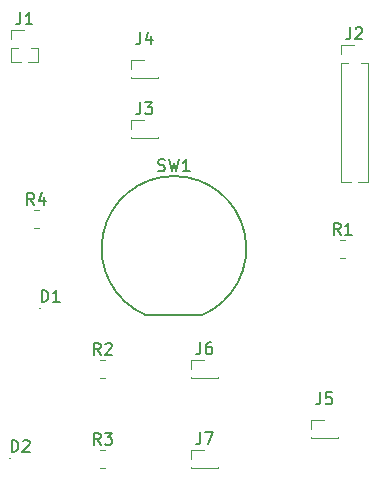
<source format=gbr>
%TF.GenerationSoftware,KiCad,Pcbnew,7.0.10*%
%TF.CreationDate,2024-03-07T13:47:23-05:00*%
%TF.ProjectId,GPS_Breakout,4750535f-4272-4656-916b-6f75742e6b69,rev?*%
%TF.SameCoordinates,Original*%
%TF.FileFunction,Legend,Top*%
%TF.FilePolarity,Positive*%
%FSLAX46Y46*%
G04 Gerber Fmt 4.6, Leading zero omitted, Abs format (unit mm)*
G04 Created by KiCad (PCBNEW 7.0.10) date 2024-03-07 13:47:23*
%MOMM*%
%LPD*%
G01*
G04 APERTURE LIST*
%ADD10C,0.150000*%
%ADD11C,0.120000*%
%ADD12C,0.100000*%
G04 APERTURE END LIST*
D10*
X146986666Y-73959819D02*
X146986666Y-74674104D01*
X146986666Y-74674104D02*
X146939047Y-74816961D01*
X146939047Y-74816961D02*
X146843809Y-74912200D01*
X146843809Y-74912200D02*
X146700952Y-74959819D01*
X146700952Y-74959819D02*
X146605714Y-74959819D01*
X147367619Y-73959819D02*
X148034285Y-73959819D01*
X148034285Y-73959819D02*
X147605714Y-74959819D01*
X146986666Y-66339819D02*
X146986666Y-67054104D01*
X146986666Y-67054104D02*
X146939047Y-67196961D01*
X146939047Y-67196961D02*
X146843809Y-67292200D01*
X146843809Y-67292200D02*
X146700952Y-67339819D01*
X146700952Y-67339819D02*
X146605714Y-67339819D01*
X147891428Y-66339819D02*
X147700952Y-66339819D01*
X147700952Y-66339819D02*
X147605714Y-66387438D01*
X147605714Y-66387438D02*
X147558095Y-66435057D01*
X147558095Y-66435057D02*
X147462857Y-66577914D01*
X147462857Y-66577914D02*
X147415238Y-66768390D01*
X147415238Y-66768390D02*
X147415238Y-67149342D01*
X147415238Y-67149342D02*
X147462857Y-67244580D01*
X147462857Y-67244580D02*
X147510476Y-67292200D01*
X147510476Y-67292200D02*
X147605714Y-67339819D01*
X147605714Y-67339819D02*
X147796190Y-67339819D01*
X147796190Y-67339819D02*
X147891428Y-67292200D01*
X147891428Y-67292200D02*
X147939047Y-67244580D01*
X147939047Y-67244580D02*
X147986666Y-67149342D01*
X147986666Y-67149342D02*
X147986666Y-66911247D01*
X147986666Y-66911247D02*
X147939047Y-66816009D01*
X147939047Y-66816009D02*
X147891428Y-66768390D01*
X147891428Y-66768390D02*
X147796190Y-66720771D01*
X147796190Y-66720771D02*
X147605714Y-66720771D01*
X147605714Y-66720771D02*
X147510476Y-66768390D01*
X147510476Y-66768390D02*
X147462857Y-66816009D01*
X147462857Y-66816009D02*
X147415238Y-66911247D01*
X157146666Y-70574819D02*
X157146666Y-71289104D01*
X157146666Y-71289104D02*
X157099047Y-71431961D01*
X157099047Y-71431961D02*
X157003809Y-71527200D01*
X157003809Y-71527200D02*
X156860952Y-71574819D01*
X156860952Y-71574819D02*
X156765714Y-71574819D01*
X158099047Y-70574819D02*
X157622857Y-70574819D01*
X157622857Y-70574819D02*
X157575238Y-71051009D01*
X157575238Y-71051009D02*
X157622857Y-71003390D01*
X157622857Y-71003390D02*
X157718095Y-70955771D01*
X157718095Y-70955771D02*
X157956190Y-70955771D01*
X157956190Y-70955771D02*
X158051428Y-71003390D01*
X158051428Y-71003390D02*
X158099047Y-71051009D01*
X158099047Y-71051009D02*
X158146666Y-71146247D01*
X158146666Y-71146247D02*
X158146666Y-71384342D01*
X158146666Y-71384342D02*
X158099047Y-71479580D01*
X158099047Y-71479580D02*
X158051428Y-71527200D01*
X158051428Y-71527200D02*
X157956190Y-71574819D01*
X157956190Y-71574819D02*
X157718095Y-71574819D01*
X157718095Y-71574819D02*
X157622857Y-71527200D01*
X157622857Y-71527200D02*
X157575238Y-71479580D01*
X141906666Y-40094819D02*
X141906666Y-40809104D01*
X141906666Y-40809104D02*
X141859047Y-40951961D01*
X141859047Y-40951961D02*
X141763809Y-41047200D01*
X141763809Y-41047200D02*
X141620952Y-41094819D01*
X141620952Y-41094819D02*
X141525714Y-41094819D01*
X142811428Y-40428152D02*
X142811428Y-41094819D01*
X142573333Y-40047200D02*
X142335238Y-40761485D01*
X142335238Y-40761485D02*
X142954285Y-40761485D01*
X141906666Y-46019819D02*
X141906666Y-46734104D01*
X141906666Y-46734104D02*
X141859047Y-46876961D01*
X141859047Y-46876961D02*
X141763809Y-46972200D01*
X141763809Y-46972200D02*
X141620952Y-47019819D01*
X141620952Y-47019819D02*
X141525714Y-47019819D01*
X142287619Y-46019819D02*
X142906666Y-46019819D01*
X142906666Y-46019819D02*
X142573333Y-46400771D01*
X142573333Y-46400771D02*
X142716190Y-46400771D01*
X142716190Y-46400771D02*
X142811428Y-46448390D01*
X142811428Y-46448390D02*
X142859047Y-46496009D01*
X142859047Y-46496009D02*
X142906666Y-46591247D01*
X142906666Y-46591247D02*
X142906666Y-46829342D01*
X142906666Y-46829342D02*
X142859047Y-46924580D01*
X142859047Y-46924580D02*
X142811428Y-46972200D01*
X142811428Y-46972200D02*
X142716190Y-47019819D01*
X142716190Y-47019819D02*
X142430476Y-47019819D01*
X142430476Y-47019819D02*
X142335238Y-46972200D01*
X142335238Y-46972200D02*
X142287619Y-46924580D01*
X143406667Y-51787200D02*
X143549524Y-51834819D01*
X143549524Y-51834819D02*
X143787619Y-51834819D01*
X143787619Y-51834819D02*
X143882857Y-51787200D01*
X143882857Y-51787200D02*
X143930476Y-51739580D01*
X143930476Y-51739580D02*
X143978095Y-51644342D01*
X143978095Y-51644342D02*
X143978095Y-51549104D01*
X143978095Y-51549104D02*
X143930476Y-51453866D01*
X143930476Y-51453866D02*
X143882857Y-51406247D01*
X143882857Y-51406247D02*
X143787619Y-51358628D01*
X143787619Y-51358628D02*
X143597143Y-51311009D01*
X143597143Y-51311009D02*
X143501905Y-51263390D01*
X143501905Y-51263390D02*
X143454286Y-51215771D01*
X143454286Y-51215771D02*
X143406667Y-51120533D01*
X143406667Y-51120533D02*
X143406667Y-51025295D01*
X143406667Y-51025295D02*
X143454286Y-50930057D01*
X143454286Y-50930057D02*
X143501905Y-50882438D01*
X143501905Y-50882438D02*
X143597143Y-50834819D01*
X143597143Y-50834819D02*
X143835238Y-50834819D01*
X143835238Y-50834819D02*
X143978095Y-50882438D01*
X144311429Y-50834819D02*
X144549524Y-51834819D01*
X144549524Y-51834819D02*
X144740000Y-51120533D01*
X144740000Y-51120533D02*
X144930476Y-51834819D01*
X144930476Y-51834819D02*
X145168572Y-50834819D01*
X146073333Y-51834819D02*
X145501905Y-51834819D01*
X145787619Y-51834819D02*
X145787619Y-50834819D01*
X145787619Y-50834819D02*
X145692381Y-50977676D01*
X145692381Y-50977676D02*
X145597143Y-51072914D01*
X145597143Y-51072914D02*
X145501905Y-51120533D01*
X159686666Y-39669819D02*
X159686666Y-40384104D01*
X159686666Y-40384104D02*
X159639047Y-40526961D01*
X159639047Y-40526961D02*
X159543809Y-40622200D01*
X159543809Y-40622200D02*
X159400952Y-40669819D01*
X159400952Y-40669819D02*
X159305714Y-40669819D01*
X160115238Y-39765057D02*
X160162857Y-39717438D01*
X160162857Y-39717438D02*
X160258095Y-39669819D01*
X160258095Y-39669819D02*
X160496190Y-39669819D01*
X160496190Y-39669819D02*
X160591428Y-39717438D01*
X160591428Y-39717438D02*
X160639047Y-39765057D01*
X160639047Y-39765057D02*
X160686666Y-39860295D01*
X160686666Y-39860295D02*
X160686666Y-39955533D01*
X160686666Y-39955533D02*
X160639047Y-40098390D01*
X160639047Y-40098390D02*
X160067619Y-40669819D01*
X160067619Y-40669819D02*
X160686666Y-40669819D01*
X130996905Y-75604819D02*
X130996905Y-74604819D01*
X130996905Y-74604819D02*
X131235000Y-74604819D01*
X131235000Y-74604819D02*
X131377857Y-74652438D01*
X131377857Y-74652438D02*
X131473095Y-74747676D01*
X131473095Y-74747676D02*
X131520714Y-74842914D01*
X131520714Y-74842914D02*
X131568333Y-75033390D01*
X131568333Y-75033390D02*
X131568333Y-75176247D01*
X131568333Y-75176247D02*
X131520714Y-75366723D01*
X131520714Y-75366723D02*
X131473095Y-75461961D01*
X131473095Y-75461961D02*
X131377857Y-75557200D01*
X131377857Y-75557200D02*
X131235000Y-75604819D01*
X131235000Y-75604819D02*
X130996905Y-75604819D01*
X131949286Y-74700057D02*
X131996905Y-74652438D01*
X131996905Y-74652438D02*
X132092143Y-74604819D01*
X132092143Y-74604819D02*
X132330238Y-74604819D01*
X132330238Y-74604819D02*
X132425476Y-74652438D01*
X132425476Y-74652438D02*
X132473095Y-74700057D01*
X132473095Y-74700057D02*
X132520714Y-74795295D01*
X132520714Y-74795295D02*
X132520714Y-74890533D01*
X132520714Y-74890533D02*
X132473095Y-75033390D01*
X132473095Y-75033390D02*
X131901667Y-75604819D01*
X131901667Y-75604819D02*
X132520714Y-75604819D01*
X133536905Y-62904819D02*
X133536905Y-61904819D01*
X133536905Y-61904819D02*
X133775000Y-61904819D01*
X133775000Y-61904819D02*
X133917857Y-61952438D01*
X133917857Y-61952438D02*
X134013095Y-62047676D01*
X134013095Y-62047676D02*
X134060714Y-62142914D01*
X134060714Y-62142914D02*
X134108333Y-62333390D01*
X134108333Y-62333390D02*
X134108333Y-62476247D01*
X134108333Y-62476247D02*
X134060714Y-62666723D01*
X134060714Y-62666723D02*
X134013095Y-62761961D01*
X134013095Y-62761961D02*
X133917857Y-62857200D01*
X133917857Y-62857200D02*
X133775000Y-62904819D01*
X133775000Y-62904819D02*
X133536905Y-62904819D01*
X135060714Y-62904819D02*
X134489286Y-62904819D01*
X134775000Y-62904819D02*
X134775000Y-61904819D01*
X134775000Y-61904819D02*
X134679762Y-62047676D01*
X134679762Y-62047676D02*
X134584524Y-62142914D01*
X134584524Y-62142914D02*
X134489286Y-62190533D01*
X131746666Y-38399819D02*
X131746666Y-39114104D01*
X131746666Y-39114104D02*
X131699047Y-39256961D01*
X131699047Y-39256961D02*
X131603809Y-39352200D01*
X131603809Y-39352200D02*
X131460952Y-39399819D01*
X131460952Y-39399819D02*
X131365714Y-39399819D01*
X132746666Y-39399819D02*
X132175238Y-39399819D01*
X132460952Y-39399819D02*
X132460952Y-38399819D01*
X132460952Y-38399819D02*
X132365714Y-38542676D01*
X132365714Y-38542676D02*
X132270476Y-38637914D01*
X132270476Y-38637914D02*
X132175238Y-38685533D01*
X132913333Y-54684819D02*
X132580000Y-54208628D01*
X132341905Y-54684819D02*
X132341905Y-53684819D01*
X132341905Y-53684819D02*
X132722857Y-53684819D01*
X132722857Y-53684819D02*
X132818095Y-53732438D01*
X132818095Y-53732438D02*
X132865714Y-53780057D01*
X132865714Y-53780057D02*
X132913333Y-53875295D01*
X132913333Y-53875295D02*
X132913333Y-54018152D01*
X132913333Y-54018152D02*
X132865714Y-54113390D01*
X132865714Y-54113390D02*
X132818095Y-54161009D01*
X132818095Y-54161009D02*
X132722857Y-54208628D01*
X132722857Y-54208628D02*
X132341905Y-54208628D01*
X133770476Y-54018152D02*
X133770476Y-54684819D01*
X133532381Y-53637200D02*
X133294286Y-54351485D01*
X133294286Y-54351485D02*
X133913333Y-54351485D01*
X138533333Y-75004819D02*
X138200000Y-74528628D01*
X137961905Y-75004819D02*
X137961905Y-74004819D01*
X137961905Y-74004819D02*
X138342857Y-74004819D01*
X138342857Y-74004819D02*
X138438095Y-74052438D01*
X138438095Y-74052438D02*
X138485714Y-74100057D01*
X138485714Y-74100057D02*
X138533333Y-74195295D01*
X138533333Y-74195295D02*
X138533333Y-74338152D01*
X138533333Y-74338152D02*
X138485714Y-74433390D01*
X138485714Y-74433390D02*
X138438095Y-74481009D01*
X138438095Y-74481009D02*
X138342857Y-74528628D01*
X138342857Y-74528628D02*
X137961905Y-74528628D01*
X138866667Y-74004819D02*
X139485714Y-74004819D01*
X139485714Y-74004819D02*
X139152381Y-74385771D01*
X139152381Y-74385771D02*
X139295238Y-74385771D01*
X139295238Y-74385771D02*
X139390476Y-74433390D01*
X139390476Y-74433390D02*
X139438095Y-74481009D01*
X139438095Y-74481009D02*
X139485714Y-74576247D01*
X139485714Y-74576247D02*
X139485714Y-74814342D01*
X139485714Y-74814342D02*
X139438095Y-74909580D01*
X139438095Y-74909580D02*
X139390476Y-74957200D01*
X139390476Y-74957200D02*
X139295238Y-75004819D01*
X139295238Y-75004819D02*
X139009524Y-75004819D01*
X139009524Y-75004819D02*
X138914286Y-74957200D01*
X138914286Y-74957200D02*
X138866667Y-74909580D01*
X138533333Y-67384819D02*
X138200000Y-66908628D01*
X137961905Y-67384819D02*
X137961905Y-66384819D01*
X137961905Y-66384819D02*
X138342857Y-66384819D01*
X138342857Y-66384819D02*
X138438095Y-66432438D01*
X138438095Y-66432438D02*
X138485714Y-66480057D01*
X138485714Y-66480057D02*
X138533333Y-66575295D01*
X138533333Y-66575295D02*
X138533333Y-66718152D01*
X138533333Y-66718152D02*
X138485714Y-66813390D01*
X138485714Y-66813390D02*
X138438095Y-66861009D01*
X138438095Y-66861009D02*
X138342857Y-66908628D01*
X138342857Y-66908628D02*
X137961905Y-66908628D01*
X138914286Y-66480057D02*
X138961905Y-66432438D01*
X138961905Y-66432438D02*
X139057143Y-66384819D01*
X139057143Y-66384819D02*
X139295238Y-66384819D01*
X139295238Y-66384819D02*
X139390476Y-66432438D01*
X139390476Y-66432438D02*
X139438095Y-66480057D01*
X139438095Y-66480057D02*
X139485714Y-66575295D01*
X139485714Y-66575295D02*
X139485714Y-66670533D01*
X139485714Y-66670533D02*
X139438095Y-66813390D01*
X139438095Y-66813390D02*
X138866667Y-67384819D01*
X138866667Y-67384819D02*
X139485714Y-67384819D01*
X158853333Y-57224819D02*
X158520000Y-56748628D01*
X158281905Y-57224819D02*
X158281905Y-56224819D01*
X158281905Y-56224819D02*
X158662857Y-56224819D01*
X158662857Y-56224819D02*
X158758095Y-56272438D01*
X158758095Y-56272438D02*
X158805714Y-56320057D01*
X158805714Y-56320057D02*
X158853333Y-56415295D01*
X158853333Y-56415295D02*
X158853333Y-56558152D01*
X158853333Y-56558152D02*
X158805714Y-56653390D01*
X158805714Y-56653390D02*
X158758095Y-56701009D01*
X158758095Y-56701009D02*
X158662857Y-56748628D01*
X158662857Y-56748628D02*
X158281905Y-56748628D01*
X159805714Y-57224819D02*
X159234286Y-57224819D01*
X159520000Y-57224819D02*
X159520000Y-56224819D01*
X159520000Y-56224819D02*
X159424762Y-56367676D01*
X159424762Y-56367676D02*
X159329524Y-56462914D01*
X159329524Y-56462914D02*
X159234286Y-56510533D01*
D11*
%TO.C,J7*%
X146210000Y-76960000D02*
X146210000Y-76895000D01*
X147883471Y-76960000D02*
X148430000Y-76960000D01*
X146210000Y-76200000D02*
X146210000Y-75440000D01*
X146210000Y-76960000D02*
X146756529Y-76960000D01*
X148430000Y-76960000D02*
X148430000Y-76895000D01*
X146210000Y-76960000D02*
X148430000Y-76960000D01*
X146210000Y-75440000D02*
X147320000Y-75440000D01*
%TO.C,J6*%
X146210000Y-67820000D02*
X147320000Y-67820000D01*
X146210000Y-69340000D02*
X148430000Y-69340000D01*
X148430000Y-69340000D02*
X148430000Y-69275000D01*
X146210000Y-69340000D02*
X146756529Y-69340000D01*
X146210000Y-68580000D02*
X146210000Y-67820000D01*
X147883471Y-69340000D02*
X148430000Y-69340000D01*
X146210000Y-69340000D02*
X146210000Y-69275000D01*
%TO.C,J5*%
X156370000Y-74420000D02*
X156370000Y-74355000D01*
X158043471Y-74420000D02*
X158590000Y-74420000D01*
X156370000Y-73660000D02*
X156370000Y-72900000D01*
X156370000Y-74420000D02*
X156916529Y-74420000D01*
X158590000Y-74420000D02*
X158590000Y-74355000D01*
X156370000Y-74420000D02*
X158590000Y-74420000D01*
X156370000Y-72900000D02*
X157480000Y-72900000D01*
%TO.C,J4*%
X141130000Y-43940000D02*
X141130000Y-43875000D01*
X142803471Y-43940000D02*
X143350000Y-43940000D01*
X141130000Y-43180000D02*
X141130000Y-42420000D01*
X141130000Y-43940000D02*
X141676529Y-43940000D01*
X143350000Y-43940000D02*
X143350000Y-43875000D01*
X141130000Y-43940000D02*
X143350000Y-43940000D01*
X141130000Y-42420000D02*
X142240000Y-42420000D01*
%TO.C,J3*%
X141130000Y-47500000D02*
X142240000Y-47500000D01*
X141130000Y-49020000D02*
X143350000Y-49020000D01*
X143350000Y-49020000D02*
X143350000Y-48955000D01*
X141130000Y-49020000D02*
X141676529Y-49020000D01*
X141130000Y-48260000D02*
X141130000Y-47500000D01*
X142803471Y-49020000D02*
X143350000Y-49020000D01*
X141130000Y-49020000D02*
X141130000Y-48955000D01*
D10*
%TO.C,SW1*%
X147136843Y-64017094D02*
G75*
G03*
X142350000Y-64019999I-2396843J5637094D01*
G01*
X147130000Y-64020000D02*
X142350000Y-64020000D01*
D11*
%TO.C,J2*%
X160327530Y-52765000D02*
X161130000Y-52765000D01*
X158910000Y-41910000D02*
X158910000Y-41150000D01*
X158910000Y-42670000D02*
X159456529Y-42670000D01*
X158910000Y-41150000D02*
X160020000Y-41150000D01*
X158910000Y-42670000D02*
X158910000Y-52765000D01*
X161130000Y-42670000D02*
X161130000Y-52765000D01*
X158910000Y-52765000D02*
X159712470Y-52765000D01*
X160583471Y-42670000D02*
X161130000Y-42670000D01*
D12*
%TO.C,D2*%
X130925000Y-76200000D02*
G75*
G03*
X130825000Y-76200000I-50000J0D01*
G01*
X130825000Y-76200000D02*
G75*
G03*
X130925000Y-76200000I50000J0D01*
G01*
%TO.C,D1*%
X133465000Y-63500000D02*
G75*
G03*
X133365000Y-63500000I-50000J0D01*
G01*
X133365000Y-63500000D02*
G75*
G03*
X133465000Y-63500000I50000J0D01*
G01*
D11*
%TO.C,J1*%
X132387530Y-42605000D02*
X133190000Y-42605000D01*
X133190000Y-41400000D02*
X133190000Y-42605000D01*
X130970000Y-40640000D02*
X130970000Y-39880000D01*
X130970000Y-42605000D02*
X131772470Y-42605000D01*
X130970000Y-41400000D02*
X130970000Y-42605000D01*
X130970000Y-39880000D02*
X132080000Y-39880000D01*
X130970000Y-41400000D02*
X131516529Y-41400000D01*
X132643471Y-41400000D02*
X133190000Y-41400000D01*
%TO.C,R4*%
X132852936Y-55145000D02*
X133307064Y-55145000D01*
X132852936Y-56615000D02*
X133307064Y-56615000D01*
%TO.C,R3*%
X138472936Y-75465000D02*
X138927064Y-75465000D01*
X138472936Y-76935000D02*
X138927064Y-76935000D01*
%TO.C,R2*%
X138472936Y-67845000D02*
X138927064Y-67845000D01*
X138472936Y-69315000D02*
X138927064Y-69315000D01*
%TO.C,R1*%
X158792936Y-59155000D02*
X159247064Y-59155000D01*
X158792936Y-57685000D02*
X159247064Y-57685000D01*
%TD*%
M02*

</source>
